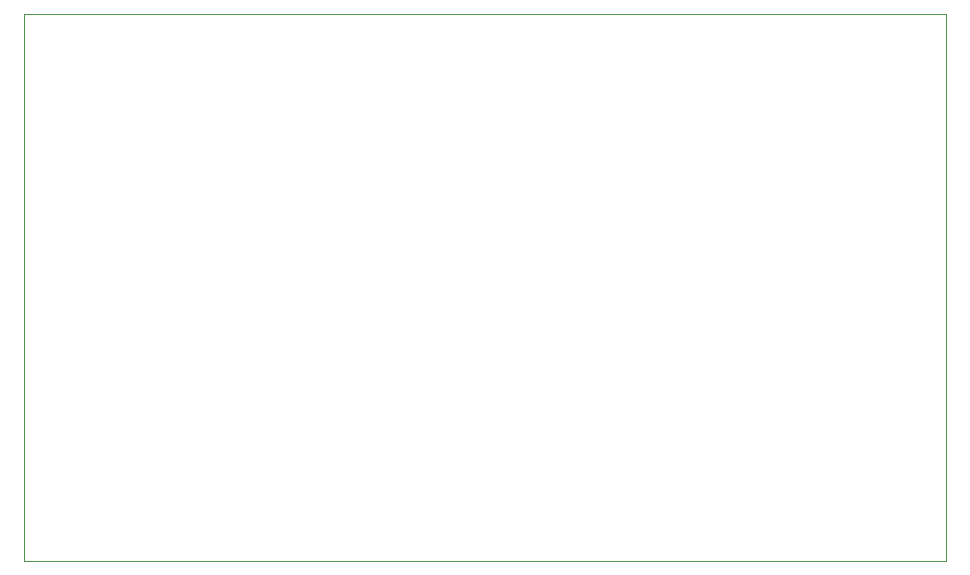
<source format=gbr>
%TF.GenerationSoftware,KiCad,Pcbnew,9.0.2*%
%TF.CreationDate,2025-12-18T18:42:25-03:00*%
%TF.ProjectId,Prometheus,50726f6d-6574-4686-9575-732e6b696361,2025-11-29*%
%TF.SameCoordinates,Original*%
%TF.FileFunction,Other,User*%
%FSLAX46Y46*%
G04 Gerber Fmt 4.6, Leading zero omitted, Abs format (unit mm)*
G04 Created by KiCad (PCBNEW 9.0.2) date 2025-12-18 18:42:25*
%MOMM*%
%LPD*%
G01*
G04 APERTURE LIST*
%ADD10C,0.100000*%
%TA.AperFunction,Profile*%
%ADD11C,0.050000*%
%TD*%
G04 APERTURE END LIST*
D10*
X112800000Y-117740000D02*
X112800000Y-71440000D01*
X190900000Y-117740000D02*
X112800000Y-117740000D01*
X190900000Y-71440000D02*
X112800000Y-71440000D01*
X190900000Y-71440000D02*
X190900000Y-117740000D01*
D11*
X190900000Y-117740000D02*
X190900000Y-71440000D01*
X190900000Y-71440000D02*
X112800000Y-71440000D01*
X112800000Y-71440000D02*
X112800000Y-117740000D01*
X112800000Y-117740000D02*
X190900000Y-117740000D01*
M02*

</source>
